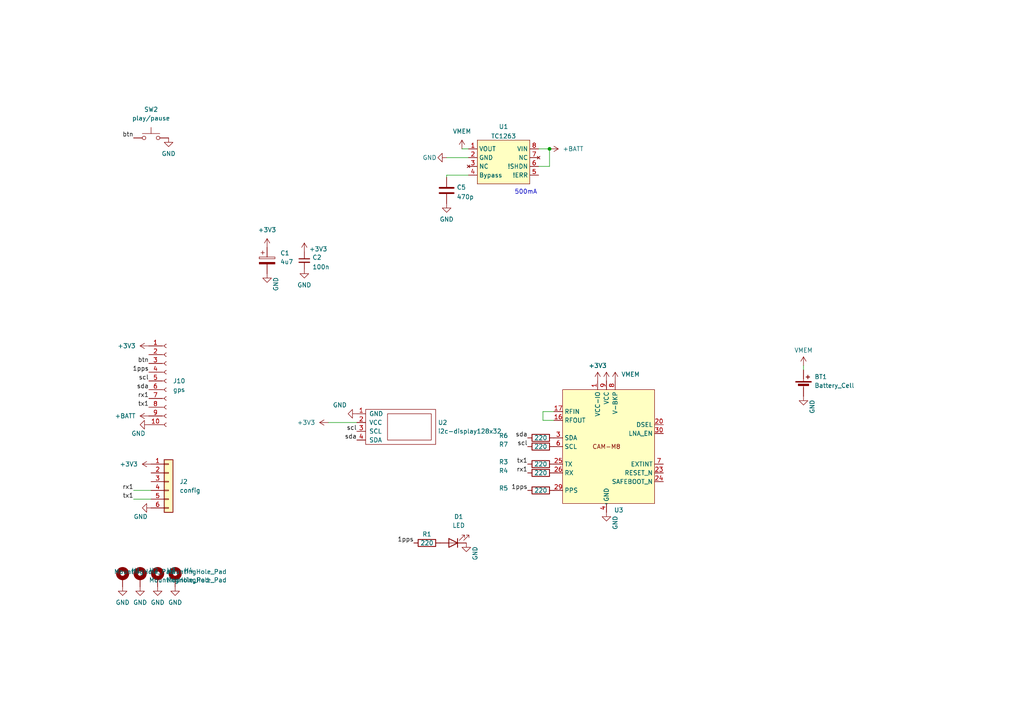
<source format=kicad_sch>
(kicad_sch (version 20230121) (generator eeschema)
  (paper "A4")
  (lib_symbols
    (symbol "AnymaLib-06:CAM-M8"
      (property "Reference" "U" (at 6.35 17.78 0))
      (symbol "CAM-M8_1_1"
        (rectangle (start -12.7 16.51) (end 13.97 -16.51) (fill (type background)))
        (text "CAM-M8" (at 0 0 0) (effects (font (size 1.27 1.27))))
        (pin input line (at -2.54 19.05 270) (length 2.54) (name "VCC-IO") (number "1"))
        (pin input line (at 0 -19.05 90) (length 2.54) hide (name "GND") (number "10"))
        (pin input line (at 0 -19.05 90) (length 2.54) hide (name "GND") (number "11"))
        (pin input line (at 0 -19.05 90) (length 2.54) hide (name "GND") (number "12"))
        (pin input line (at 0 -19.05 90) (length 2.54) hide (name "GND") (number "13"))
        (pin input line (at 0 -19.05 90) (length 2.54) hide (name "GND") (number "14"))
        (pin input line (at 0 -19.05 90) (length 2.54) hide (name "GND") (number "15"))
        (pin input line (at -15.24 7.62 0) (length 2.54) (name "RFOUT") (number "16"))
        (pin input line (at -15.24 10.16 0) (length 2.54) (name "RFIN") (number "17"))
        (pin input line (at 0 -19.05 90) (length 2.54) hide (name "GND") (number "18"))
        (pin input line (at 0 -19.05 90) (length 2.54) hide (name "GND") (number "19"))
        (pin input line (at 16.51 20.32 180) (length 2.54) hide (name "RES") (number "2"))
        (pin input line (at 16.51 6.35 180) (length 2.54) (name "DSEL") (number "20"))
        (pin input line (at 0 -19.05 90) (length 2.54) hide (name "GND") (number "21"))
        (pin input line (at 0 -19.05 90) (length 2.54) hide (name "GND") (number "22"))
        (pin input line (at 16.51 -7.62 180) (length 2.54) (name "RESET_N") (number "23"))
        (pin input line (at 16.51 -10.16 180) (length 2.54) (name "SAFEBOOT_N") (number "24"))
        (pin input line (at -15.24 -5.08 0) (length 2.54) (name "TX") (number "25"))
        (pin input line (at -15.24 -7.62 0) (length 2.54) (name "RX") (number "26"))
        (pin input line (at 0 -19.05 90) (length 2.54) hide (name "GND") (number "27"))
        (pin input line (at 16.51 17.78 180) (length 2.54) hide (name "RES") (number "28"))
        (pin input line (at -15.24 -12.7 0) (length 2.54) (name "PPS") (number "29"))
        (pin input line (at -15.24 2.54 0) (length 2.54) (name "SDA") (number "3"))
        (pin input line (at 16.51 3.81 180) (length 2.54) (name "LNA_EN") (number "30"))
        (pin input line (at 0 -19.05 90) (length 2.54) hide (name "GND") (number "31"))
        (pin input line (at 0 -19.05 90) (length 2.54) (name "GND") (number "4"))
        (pin input line (at 0 -19.05 90) (length 2.54) hide (name "GND") (number "5"))
        (pin input line (at -15.24 0 0) (length 2.54) (name "SCL") (number "6"))
        (pin input line (at 16.51 -5.08 180) (length 2.54) (name "EXTINT") (number "7"))
        (pin input line (at 2.54 19.05 270) (length 2.54) (name "V-BKP") (number "8"))
        (pin input line (at 0 19.05 270) (length 2.54) (name "VCC") (number "9"))
      )
    )
    (symbol "AnymaLib-06:TC1263"
      (property "Reference" "U" (at 1.27 6.35 0))
      (property "Value" "TC1263" (at 0 -8.89 0))
      (symbol "TC1263_0_1"
        (rectangle (start -7.62 5.08) (end 7.62 -7.62) (stroke (width 0.1524)) (fill (type background)))
      )
      (symbol "TC1263_1_1"
        (pin power_out line (at -10.16 2.54 0) (length 2.54) (name "VOUT") (number "1"))
        (pin power_out line (at -10.16 0 0) (length 2.54) (name "GND") (number "2"))
        (pin no_connect line (at -10.16 -2.54 0) (length 2.54) (name "NC") (number "3"))
        (pin input line (at -10.16 -5.08 0) (length 2.54) (name "Bypass") (number "4"))
        (pin input line (at 10.16 -5.08 180) (length 2.54) (name "!ERR") (number "5"))
        (pin input line (at 10.16 -2.54 180) (length 2.54) (name "!SHDN") (number "6"))
        (pin no_connect line (at 10.16 0 180) (length 2.54) (name "NC") (number "7"))
        (pin power_in line (at 10.16 2.54 180) (length 2.54) (name "VIN") (number "8"))
      )
    )
    (symbol "Connector:Conn_01x10_Socket" (pin_names (offset 1.016) hide)
      (property "Reference" "J" (at 0 12.7 0))
      (property "Value" "Conn_01x10_Socket" (at 0 -15.24 0))
      (symbol "Conn_01x10_Socket_1_1"
        (arc (start 0 -12.192) (mid -0.5058 -12.7) (end 0 -13.208) (stroke (width 0.1524)))
        (arc (start 0 -9.652) (mid -0.5058 -10.16) (end 0 -10.668) (stroke (width 0.1524)))
        (arc (start 0 -7.112) (mid -0.5058 -7.62) (end 0 -8.128) (stroke (width 0.1524)))
        (arc (start 0 -4.572) (mid -0.5058 -5.08) (end 0 -5.588) (stroke (width 0.1524)))
        (arc (start 0 -2.032) (mid -0.5058 -2.54) (end 0 -3.048) (stroke (width 0.1524)))
        (polyline (pts (xy -1.27 -12.7) (xy -0.508 -12.7)) (stroke (width 0.1524)))
        (polyline (pts (xy -1.27 -10.16) (xy -0.508 -10.16)) (stroke (width 0.1524)))
        (polyline (pts (xy -1.27 -7.62) (xy -0.508 -7.62)) (stroke (width 0.1524)))
        (polyline (pts (xy -1.27 -5.08) (xy -0.508 -5.08)) (stroke (width 0.1524)))
        (polyline (pts (xy -1.27 -2.54) (xy -0.508 -2.54)) (stroke (width 0.1524)))
        (polyline (pts (xy -1.27 0) (xy -0.508 0)) (stroke (width 0.1524)))
        (polyline (pts (xy -1.27 2.54) (xy -0.508 2.54)) (stroke (width 0.1524)))
        (polyline (pts (xy -1.27 5.08) (xy -0.508 5.08)) (stroke (width 0.1524)))
        (polyline (pts (xy -1.27 7.62) (xy -0.508 7.62)) (stroke (width 0.1524)))
        (polyline (pts (xy -1.27 10.16) (xy -0.508 10.16)) (stroke (width 0.1524)))
        (arc (start 0 0.508) (mid -0.5058 0) (end 0 -0.508) (stroke (width 0.1524)))
        (arc (start 0 3.048) (mid -0.5058 2.54) (end 0 2.032) (stroke (width 0.1524)))
        (arc (start 0 5.588) (mid -0.5058 5.08) (end 0 4.572) (stroke (width 0.1524)))
        (arc (start 0 8.128) (mid -0.5058 7.62) (end 0 7.112) (stroke (width 0.1524)))
        (arc (start 0 10.668) (mid -0.5058 10.16) (end 0 9.652) (stroke (width 0.1524)))
        (pin passive line (at -5.08 10.16 0) (length 3.81) (name "Pin_1") (number "1"))
        (pin passive line (at -5.08 -12.7 0) (length 3.81) (name "Pin_10") (number "10"))
        (pin passive line (at -5.08 7.62 0) (length 3.81) (name "Pin_2") (number "2"))
        (pin passive line (at -5.08 5.08 0) (length 3.81) (name "Pin_3") (number "3"))
        (pin passive line (at -5.08 2.54 0) (length 3.81) (name "Pin_4") (number "4"))
        (pin passive line (at -5.08 0 0) (length 3.81) (name "Pin_5") (number "5"))
        (pin passive line (at -5.08 -2.54 0) (length 3.81) (name "Pin_6") (number "6"))
        (pin passive line (at -5.08 -5.08 0) (length 3.81) (name "Pin_7") (number "7"))
        (pin passive line (at -5.08 -7.62 0) (length 3.81) (name "Pin_8") (number "8"))
        (pin passive line (at -5.08 -10.16 0) (length 3.81) (name "Pin_9") (number "9"))
      )
    )
    (symbol "Connector_Generic:Conn_01x06" (pin_names (offset 1.016) hide)
      (property "Reference" "J" (at 0 7.62 0))
      (property "Value" "Conn_01x06" (at 0 -10.16 0))
      (symbol "Conn_01x06_1_1"
        (rectangle (start -1.27 -7.493) (end 0 -7.747) (stroke (width 0.1524)))
        (rectangle (start -1.27 -4.953) (end 0 -5.207) (stroke (width 0.1524)))
        (rectangle (start -1.27 -2.413) (end 0 -2.667) (stroke (width 0.1524)))
        (rectangle (start -1.27 0.127) (end 0 -0.127) (stroke (width 0.1524)))
        (rectangle (start -1.27 2.667) (end 0 2.413) (stroke (width 0.1524)))
        (rectangle (start -1.27 5.207) (end 0 4.953) (stroke (width 0.1524)))
        (rectangle (start -1.27 6.35) (end 1.27 -8.89) (stroke (width 0.254)) (fill (type background)))
        (pin passive line (at -5.08 5.08 0) (length 3.81) (name "Pin_1") (number "1"))
        (pin passive line (at -5.08 2.54 0) (length 3.81) (name "Pin_2") (number "2"))
        (pin passive line (at -5.08 0 0) (length 3.81) (name "Pin_3") (number "3"))
        (pin passive line (at -5.08 -2.54 0) (length 3.81) (name "Pin_4") (number "4"))
        (pin passive line (at -5.08 -5.08 0) (length 3.81) (name "Pin_5") (number "5"))
        (pin passive line (at -5.08 -7.62 0) (length 3.81) (name "Pin_6") (number "6"))
      )
    )
    (symbol "Device:Battery_Cell" (pin_numbers hide) (pin_names (offset 0) hide)
      (property "Reference" "BT" (at 2.54 2.54 0))
      (property "Value" "Battery_Cell" (at 2.54 0 0))
      (symbol "Battery_Cell_0_1"
        (rectangle (start -2.286 1.778) (end 2.286 1.524) (fill (type outline)))
        (rectangle (start -1.524 1.016) (end 1.524 0.508) (fill (type outline)))
        (polyline (pts (xy 0 0.762) (xy 0 0)))
        (polyline (pts (xy 0 1.778) (xy 0 2.54)))
        (polyline (pts (xy 0.762 3.048) (xy 1.778 3.048)) (stroke (width 0.254)))
        (polyline (pts (xy 1.27 3.556) (xy 1.27 2.54)) (stroke (width 0.254)))
      )
      (symbol "Battery_Cell_1_1"
        (pin passive line (at 0 5.08 270) (length 2.54) (name "+") (number "1"))
        (pin passive line (at 0 -2.54 90) (length 2.54) (name "-") (number "2"))
      )
    )
    (symbol "Device:C" (pin_numbers hide) (pin_names (offset 0.254))
      (property "Reference" "C" (at 0.635 2.54 0))
      (property "Value" "C" (at 0.635 -2.54 0))
      (symbol "C_0_1"
        (polyline (pts (xy -2.032 -0.762) (xy 2.032 -0.762)) (stroke (width 0.508)))
        (polyline (pts (xy -2.032 0.762) (xy 2.032 0.762)) (stroke (width 0.508)))
      )
      (symbol "C_1_1"
        (pin passive line (at 0 3.81 270) (length 2.794) (name "~") (number "1"))
        (pin passive line (at 0 -3.81 90) (length 2.794) (name "~") (number "2"))
      )
    )
    (symbol "Device:LED" (pin_numbers hide) (pin_names (offset 1.016) hide)
      (property "Reference" "D" (at 0 2.54 0))
      (property "Value" "LED" (at 0 -2.54 0))
      (symbol "LED_0_1"
        (polyline (pts (xy -1.27 -1.27) (xy -1.27 1.27)) (stroke (width 0.254)))
        (polyline (pts (xy -1.27 0) (xy 1.27 0)))
        (polyline (pts (xy 1.27 -1.27) (xy 1.27 1.27) (xy -1.27 0) (xy 1.27 -1.27)) (stroke (width 0.254)))
        (polyline (pts (xy -3.048 -0.762) (xy -4.572 -2.286) (xy -3.81 -2.286) (xy -4.572 -2.286) (xy -4.572 -1.524)))
        (polyline (pts (xy -1.778 -0.762) (xy -3.302 -2.286) (xy -2.54 -2.286) (xy -3.302 -2.286) (xy -3.302 -1.524)))
      )
      (symbol "LED_1_1"
        (pin passive line (at -3.81 0 0) (length 2.54) (name "K") (number "1"))
        (pin passive line (at 3.81 0 180) (length 2.54) (name "A") (number "2"))
      )
    )
    (symbol "Device:R" (pin_numbers hide) (pin_names (offset 0))
      (property "Reference" "R" (at 2.032 0 90))
      (property "Value" "R" (at 0 0 90))
      (symbol "R_0_1"
        (rectangle (start -1.016 -2.54) (end 1.016 2.54) (stroke (width 0.254)))
      )
      (symbol "R_1_1"
        (pin passive line (at 0 3.81 270) (length 1.27) (name "~") (number "1"))
        (pin passive line (at 0 -3.81 90) (length 1.27) (name "~") (number "2"))
      )
    )
    (symbol "Mechanical:MountingHole_Pad" (pin_numbers hide) (pin_names (offset 1.016) hide)
      (property "Reference" "H" (at 0 6.35 0))
      (property "Value" "MountingHole_Pad" (at 0 4.445 0))
      (symbol "MountingHole_Pad_0_1"
        (circle (center 0 1.27) (radius 1.27) (stroke (width 1.27)))
      )
      (symbol "MountingHole_Pad_1_1"
        (pin input line (at 0 -2.54 90) (length 2.54) (name "1") (number "1"))
      )
    )
    (symbol "nime2020-library:CP" (pin_numbers hide) (pin_names (offset 0.254))
      (property "Reference" "C" (at 0.635 2.54 0))
      (property "Value" "CP" (at 0.635 -2.54 0))
      (symbol "CP_0_1"
        (rectangle (start -2.286 0.508) (end 2.286 1.016))
        (polyline (pts (xy -1.778 2.286) (xy -0.762 2.286)))
        (polyline (pts (xy -1.27 2.794) (xy -1.27 1.778)))
        (rectangle (start 2.286 -0.508) (end -2.286 -1.016) (fill (type outline)))
      )
      (symbol "CP_1_1"
        (pin passive line (at 0 3.81 270) (length 2.794) (name "~") (number "1"))
        (pin passive line (at 0 -3.81 90) (length 2.794) (name "~") (number "2"))
      )
    )
    (symbol "nime2020-library:SW_Push" (pin_numbers hide) (pin_names (offset 1.016) hide)
      (property "Reference" "SW" (at 1.27 2.54 0))
      (property "Value" "SW_Push" (at 0 -1.524 0))
      (symbol "SW_Push_0_1"
        (circle (center -2.032 0) (radius 0.508))
        (polyline (pts (xy 0 1.27) (xy 0 3.048)))
        (polyline (pts (xy 2.54 1.27) (xy -2.54 1.27)))
        (circle (center 2.032 0) (radius 0.508))
        (pin passive line (at -5.08 0 0) (length 2.54) (name "1") (number "1"))
        (pin passive line (at 5.08 0 180) (length 2.54) (name "2") (number "2"))
      )
    )
    (symbol "power:+3V3" (power) (pin_names (offset 0))
      (property "Value" "+3V3" (at 0 3.556 0))
      (symbol "+3V3_0_1"
        (polyline (pts (xy -0.762 1.27) (xy 0 2.54)))
        (polyline (pts (xy 0 0) (xy 0 2.54)))
        (polyline (pts (xy 0 2.54) (xy 0.762 1.27)))
      )
      (symbol "+3V3_1_1"
        (pin power_in line (at 0 0 90) (length 0) hide (name "+3V3") (number "1"))
      )
    )
    (symbol "power:+BATT" (power) (pin_names (offset 0))
      (property "Value" "+BATT" (at 0 3.556 0))
      (symbol "+BATT_0_1"
        (polyline (pts (xy -0.762 1.27) (xy 0 2.54)))
        (polyline (pts (xy 0 0) (xy 0 2.54)))
        (polyline (pts (xy 0 2.54) (xy 0.762 1.27)))
      )
      (symbol "+BATT_1_1"
        (pin power_in line (at 0 0 90) (length 0) hide (name "+BATT") (number "1"))
      )
    )
    (symbol "power:GND" (power) (pin_names (offset 0))
      (property "Value" "GND" (at 0 -3.81 0))
      (symbol "GND_0_1"
        (polyline (pts (xy 0 0) (xy 0 -1.27) (xy 1.27 -1.27) (xy 0 -2.54) (xy -1.27 -1.27) (xy 0 -1.27)))
      )
      (symbol "GND_1_1"
        (pin power_in line (at 0 0 270) (length 0) hide (name "GND") (number "1"))
      )
    )
    (symbol "power:VMEM" (power) (pin_names (offset 0))
      (property "Value" "VMEM" (at 0 3.81 0))
      (symbol "VMEM_0_1"
        (polyline (pts (xy -0.762 1.27) (xy 0 2.54)))
        (polyline (pts (xy 0 0) (xy 0 2.54)))
        (polyline (pts (xy 0 2.54) (xy 0.762 1.27)))
      )
      (symbol "VMEM_1_1"
        (pin power_in line (at 0 0 90) (length 0) hide (name "VMEM") (number "1"))
      )
    )
    (symbol "synkie_symbols:C_Small" (pin_numbers hide) (pin_names (offset 0.254) hide)
      (property "Reference" "C" (at 0.254 1.778 0))
      (property "Value" "C_Small" (at 0.254 -2.032 0))
      (symbol "C_Small_0_1"
        (polyline (pts (xy -1.524 -0.508) (xy 1.524 -0.508)) (stroke (width 0.3302)))
        (polyline (pts (xy -1.524 0.508) (xy 1.524 0.508)) (stroke (width 0.3048)))
      )
      (symbol "C_Small_1_1"
        (pin passive line (at 0 2.54 270) (length 2.032) (name "~") (number "1"))
        (pin passive line (at 0 -2.54 90) (length 2.032) (name "~") (number "2"))
      )
    )
    (symbol "synkie_symbols:i2c-display128x32" (pin_names (offset 1.016))
      (property "Reference" "U" (at -5.08 8.89 0))
      (property "Value" "i2c-display128x32" (at 2.54 -3.81 0))
      (symbol "i2c-display128x32_0_1"
        (polyline (pts (xy -6.35 7.62) (xy 13.97 7.62) (xy 13.97 -2.54) (xy -6.35 -2.54) (xy -6.35 7.62)))
        (polyline (pts (xy 0 6.35) (xy 0 -1.27) (xy 12.7 -1.27) (xy 12.7 6.35) (xy 0 6.35)))
      )
      (symbol "i2c-display128x32_1_1"
        (pin input line (at -8.89 6.35 0) (length 2.54) (name "GND") (number "1"))
        (pin input line (at -8.89 3.81 0) (length 2.54) (name "VCC") (number "2"))
        (pin input line (at -8.89 1.27 0) (length 2.54) (name "SCL") (number "3"))
        (pin input line (at -8.89 -1.27 0) (length 2.54) (name "SDA") (number "4"))
      )
    )
  )
  (junction (at 159.385 43.18))
  (wire (pts (xy 157.48 121.92) (xy 160.655 121.92)))
  (wire (pts (xy 133.985 43.18) (xy 135.89 43.18)))
  (wire (pts (xy 160.655 119.38) (xy 157.48 119.38)))
  (wire (pts (xy 156.21 48.26) (xy 159.385 48.26)))
  (wire (pts (xy 156.21 43.18) (xy 159.385 43.18)))
  (wire (pts (xy 129.54 45.72) (xy 135.89 45.72)))
  (wire (pts (xy 95.25 122.555) (xy 103.505 122.555)))
  (wire (pts (xy 135.89 50.8) (xy 129.54 50.8)))
  (wire (pts (xy 159.385 48.26) (xy 159.385 43.18)))
  (wire (pts (xy 233.045 107.315) (xy 233.045 106.045)))
  (wire (pts (xy 38.735 142.24) (xy 43.815 142.24)))
  (wire (pts (xy 38.735 144.78) (xy 43.815 144.78)))
  (wire (pts (xy 129.54 50.8) (xy 129.54 51.435)))
  (wire (pts (xy 157.48 119.38) (xy 157.48 121.92)))
  (text "500mA" (at 149.225 56.515 0) (effects (font (size 1.27 1.27)) (justify left bottom)))
  (label "scl" (at 103.505 125.095 180))
  (label "rx1" (at 43.18 115.57 180))
  (label "rx1" (at 38.735 142.24 180))
  (label "tx1" (at 38.735 144.78 180))
  (label "1pps" (at 120.015 157.48 180))
  (label "btn" (at 43.18 105.41 180))
  (label "1pps" (at 43.18 107.95 180))
  (label "1pps" (at 153.035 142.24 180))
  (label "scl" (at 43.18 110.49 180))
  (label "tx1" (at 153.035 134.62 180))
  (label "sda" (at 153.035 127 180))
  (label "sda" (at 43.18 113.03 180))
  (label "tx1" (at 43.18 118.11 180))
  (label "scl" (at 153.035 129.54 180))
  (label "btn" (at 38.735 40.005 180))
  (label "sda" (at 103.505 127.635 180))
  (label "rx1" (at 153.035 137.16 180))
  (symbol (lib_id "Device:R") (at 156.845 137.16 90) (unit 1)
    (property "Reference" "R4" (at 146.05 136.525 90))
    (property "Value" "220" (at 156.845 137.16 90))
    (property "Footprint" "synkie_footprints:C_0805_2012Metric_Pad1.15x1.40mm_HandSolder" (effects hide))
  )
  (symbol (lib_id "power:GND") (at 135.255 157.48 0) (unit 1)
    (property "Reference" "#PWR018" (effects hide))
    (property "Value" "GND" (at 137.795 162.56 90) (effects (justify left)))
  )
  (symbol (lib_id "AnymaLib-06:TC1263") (at 146.05 45.72 0) (unit 1)
    (property "Reference" "U1" (at 146.05 36.7243 0))
    (property "Value" "TC1263" (at 146.05 39.4994 0))
    (property "Footprint" "synkie_footprints:SOIC-8_3.9x4.9mm_P1.27mm" (effects hide))
  )
  (symbol (lib_id "Mechanical:MountingHole_Pad") (at 50.8 167.64 0) (unit 1)
    (property "Reference" "H4" (at 53.34 165.4615 0) (effects (justify left)))
    (property "Value" "MountingHole_Pad" (at 48.26 165.8236 0) (effects (justify left)))
    (property "Footprint" "MountingHole:MountingHole_2.7mm_M2.5_DIN965_Pad" (effects hide))
  )
  (symbol (lib_id "synkie_symbols:C_Small") (at 88.265 75.565 0) (unit 1)
    (property "Reference" "C2" (at 90.5891 74.6628 0) (effects (justify left)))
    (property "Value" "100n" (at 90.5891 77.4379 0) (effects (justify left)))
    (property "Footprint" "synkie_footprints:C_0603_1608Metric_Pad1.05x0.95mm_HandSolder" (effects hide))
  )
  (symbol (lib_id "power:GND") (at 88.265 78.105 0) (unit 1)
    (property "Reference" "#PWR010" (effects hide))
    (property "Value" "GND" (at 88.265 82.6675 0))
  )
  (symbol (lib_id "power:GND") (at 175.895 148.59 0) (unit 1)
    (property "Reference" "#PWR015" (effects hide))
    (property "Value" "GND" (at 178.435 153.67 90) (effects (justify left)))
  )
  (symbol (lib_id "power:GND") (at 50.8 170.18 0) (unit 1)
    (property "Reference" "#PWR089" (effects hide))
    (property "Value" "GND" (at 50.8 174.7425 0))
  )
  (symbol (lib_id "Device:R") (at 123.825 157.48 90) (unit 1)
    (property "Reference" "R1" (at 123.825 154.94 90))
    (property "Value" "220" (at 123.825 157.48 90))
    (property "Footprint" "synkie_footprints:C_0805_2012Metric_Pad1.15x1.40mm_HandSolder" (effects hide))
  )
  (symbol (lib_id "power:GND") (at 43.18 123.19 270) (unit 1)
    (property "Reference" "#PWR097" (effects hide))
    (property "Value" "GND" (at 38.1 125.73 90) (effects (justify left)))
  )
  (symbol (lib_id "power:GND") (at 77.47 79.375 0) (unit 1)
    (property "Reference" "#PWR08" (effects hide))
    (property "Value" "GND" (at 80.01 84.455 90) (effects (justify left)))
  )
  (symbol (lib_id "power:GND") (at 233.045 114.935 0) (unit 1)
    (property "Reference" "#PWR02" (effects hide))
    (property "Value" "GND" (at 235.585 120.015 90) (effects (justify left)))
  )
  (symbol (lib_id "power:GND") (at 129.54 45.72 270) (unit 1)
    (property "Reference" "#PWR016" (effects hide))
    (property "Value" "GND" (at 122.555 45.72 90) (effects (justify left)))
  )
  (symbol (lib_id "Device:R") (at 156.845 127 90) (unit 1)
    (property "Reference" "R6" (at 146.05 126.365 90))
    (property "Value" "220" (at 156.845 127 90))
    (property "Footprint" "synkie_footprints:C_0805_2012Metric_Pad1.15x1.40mm_HandSolder" (effects hide))
  )
  (symbol (lib_id "power:GND") (at 45.72 170.18 0) (unit 1)
    (property "Reference" "#PWR088" (effects hide))
    (property "Value" "GND" (at 45.72 174.7425 0))
  )
  (symbol (lib_id "Device:Battery_Cell") (at 233.045 112.395 0) (unit 1)
    (property "Reference" "BT1" (at 236.22 109.2835 0) (effects (justify left)))
    (property "Value" "Battery_Cell" (at 236.22 111.8235 0) (effects (justify left)))
    (property "Footprint" "Anyma06:ComboPinhead_02" (effects hide))
  )
  (symbol (lib_id "Mechanical:MountingHole_Pad") (at 35.56 167.64 0) (unit 1)
    (property "Reference" "H1" (at 38.1 165.4615 0) (effects (justify left)))
    (property "Value" "MountingHole_Pad" (at 33.02 165.8236 0) (effects (justify left)))
    (property "Footprint" "MountingHole:MountingHole_2.7mm_M2.5_DIN965_Pad" (effects hide))
  )
  (symbol (lib_id "power:+BATT") (at 159.385 43.18 270) (unit 1)
    (property "Reference" "#PWR019" (effects hide))
    (property "Value" "+BATT" (at 163.195 43.18 90) (effects (justify left)))
  )
  (symbol (lib_id "power:GND") (at 35.56 170.18 0) (unit 1)
    (property "Reference" "#PWR086" (effects hide))
    (property "Value" "GND" (at 35.56 174.7425 0))
  )
  (symbol (lib_id "nime2020-library:CP") (at 77.47 75.565 0) (unit 1)
    (property "Reference" "C1" (at 81.28 73.406 0) (effects (justify left)))
    (property "Value" "4u7" (at 81.28 75.946 0) (effects (justify left)))
    (property "Footprint" "synkie_footprints:C_1206_3216Metric_Pad1.42x1.75mm_HandSolder" (effects hide))
  )
  (symbol (lib_id "power:GND") (at 103.505 120.015 270) (unit 1)
    (property "Reference" "#PWR04" (effects hide))
    (property "Value" "GND" (at 96.52 117.475 90) (effects (justify left)))
  )
  (symbol (lib_id "power:+3V3") (at 173.355 110.49 0) (unit 1)
    (property "Reference" "#PWR013" (effects hide))
    (property "Value" "+3V3" (at 173.355 106.045 0))
  )
  (symbol (lib_id "AnymaLib-06:CAM-M8") (at 175.895 129.54 0) (unit 1)
    (property "Reference" "U3" (at 178.0891 147.955 0) (effects (justify left)))
    (property "Value" "~" (at 175.895 146.05 0))
    (property "Footprint" "Anyma06:CAM-M8" (effects hide))
  )
  (symbol (lib_id "power:VMEM") (at 133.985 43.18 0) (unit 1)
    (property "Reference" "#PWR012" (effects hide))
    (property "Value" "VMEM" (at 133.985 38.1 0))
  )
  (symbol (lib_id "power:GND") (at 43.815 147.32 270) (unit 1)
    (property "Reference" "#PWR03" (effects hide))
    (property "Value" "GND" (at 38.735 149.86 90) (effects (justify left)))
  )
  (symbol (lib_id "power:+3V3") (at 95.25 122.555 90) (unit 1)
    (property "Reference" "#PWR05" (effects hide))
    (property "Value" "+3V3" (at 91.44 122.555 90) (effects (justify left)))
  )
  (symbol (lib_id "Connector:Conn_01x10_Socket") (at 48.26 110.49 0) (unit 1)
    (property "Reference" "J10" (at 50.165 110.49 0) (effects (justify left)))
    (property "Value" "gps" (at 50.165 113.03 0) (effects (justify left)))
    (property "Footprint" "anyma_footprints:ComboPinhead_10" (effects hide))
  )
  (symbol (lib_id "power:+BATT") (at 43.18 120.65 90) (unit 1)
    (property "Reference" "#PWR020" (effects hide))
    (property "Value" "+BATT" (at 39.37 120.65 90) (effects (justify left)))
  )
  (symbol (lib_id "Connector_Generic:Conn_01x06") (at 48.895 139.7 0) (unit 1)
    (property "Reference" "J2" (at 52.07 139.7 0) (effects (justify left)))
    (property "Value" "config" (at 52.07 142.24 0) (effects (justify left)))
    (property "Footprint" "Anyma06:ComboPinhead_06" (effects hide))
  )
  (symbol (lib_id "nime2020-library:SW_Push") (at 43.815 40.005 0) (unit 1)
    (property "Reference" "SW2" (at 43.815 31.75 0))
    (property "Value" "play/pause" (at 43.815 34.29 0))
    (property "Footprint" "synkie_footprints:Alps_Tactile_Switch" (effects hide))
  )
  (symbol (lib_id "power:+3V3") (at 77.47 71.755 0) (unit 1)
    (property "Reference" "#PWR07" (effects hide))
    (property "Value" "+3V3" (at 77.47 66.675 0))
  )
  (symbol (lib_id "Device:LED") (at 131.445 157.48 180) (unit 1)
    (property "Reference" "D1" (at 133.0325 149.86 0))
    (property "Value" "LED" (at 133.0325 152.4 0))
    (property "Footprint" "LED_THT:LED_D3.0mm_Clear" (effects hide))
  )
  (symbol (lib_id "power:+3V3") (at 88.265 73.025 0) (unit 1)
    (property "Reference" "#PWR09" (effects hide))
    (property "Value" "+3V3" (at 89.662 72.234 0) (effects (justify left)))
  )
  (symbol (lib_id "power:VMEM") (at 233.045 106.045 0) (unit 1)
    (property "Reference" "#PWR06" (effects hide))
    (property "Value" "VMEM" (at 233.045 101.6 0))
  )
  (symbol (lib_id "power:+3V3") (at 175.895 110.49 0) (unit 1)
    (property "Reference" "#PWR014" (effects hide))
    (property "Value" "+3V3" (at 173.355 106.045 0))
  )
  (symbol (lib_id "Mechanical:MountingHole_Pad") (at 45.72 167.64 0) (unit 1)
    (property "Reference" "H3" (at 48.26 165.4615 0) (effects (justify left)))
    (property "Value" "MountingHole_Pad" (at 48.26 168.2366 0) (effects (justify left)))
    (property "Footprint" "MountingHole:MountingHole_2.7mm_M2.5_DIN965_Pad" (effects hide))
  )
  (symbol (lib_id "Mechanical:MountingHole_Pad") (at 40.64 167.64 0) (unit 1)
    (property "Reference" "H2" (at 43.18 165.4615 0) (effects (justify left)))
    (property "Value" "MountingHole_Pad" (at 43.18 168.2366 0) (effects (justify left)))
    (property "Footprint" "MountingHole:MountingHole_2.7mm_M2.5_DIN965_Pad" (effects hide))
  )
  (symbol (lib_id "power:GND") (at 40.64 170.18 0) (unit 1)
    (property "Reference" "#PWR087" (effects hide))
    (property "Value" "GND" (at 40.64 174.7425 0))
  )
  (symbol (lib_id "synkie_symbols:i2c-display128x32") (at 112.395 126.365 0) (unit 1)
    (property "Reference" "U2" (at 127 122.555 0) (effects (justify left)))
    (property "Value" "i2c-display128x32" (at 127 125.095 0) (effects (justify left)))
    (property "Footprint" "synkie_footprints:Bangood_I2C_Display" (effects hide))
  )
  (symbol (lib_id "power:GND") (at 129.54 59.055 0) (unit 1)
    (property "Reference" "#PWR017" (effects hide))
    (property "Value" "GND" (at 129.54 63.6175 0))
  )
  (symbol (lib_id "Device:R") (at 156.845 134.62 90) (unit 1)
    (property "Reference" "R3" (at 146.05 133.985 90))
    (property "Value" "220" (at 156.845 134.62 90))
    (property "Footprint" "synkie_footprints:C_0805_2012Metric_Pad1.15x1.40mm_HandSolder" (effects hide))
  )
  (symbol (lib_id "power:+3V3") (at 43.18 100.33 90) (unit 1)
    (property "Reference" "#PWR096" (effects hide))
    (property "Value" "+3V3" (at 39.37 100.33 90) (effects (justify left)))
  )
  (symbol (lib_id "power:VMEM") (at 178.435 110.49 0) (unit 1)
    (property "Reference" "#PWR011" (effects hide))
    (property "Value" "VMEM" (at 182.88 108.585 0))
  )
  (symbol (lib_id "power:GND") (at 48.895 40.005 0) (unit 1)
    (property "Reference" "#PWR045" (effects hide))
    (property "Value" "GND" (at 48.895 44.5675 0))
  )
  (symbol (lib_id "Device:R") (at 156.845 142.24 90) (unit 1)
    (property "Reference" "R5" (at 146.05 141.605 90))
    (property "Value" "220" (at 156.845 142.24 90))
    (property "Footprint" "synkie_footprints:C_0805_2012Metric_Pad1.15x1.40mm_HandSolder" (effects hide))
  )
  (symbol (lib_id "power:+3V3") (at 43.815 134.62 90) (unit 1)
    (property "Reference" "#PWR01" (effects hide))
    (property "Value" "+3V3" (at 40.005 134.62 90) (effects (justify left)))
  )
  (symbol (lib_id "Device:C") (at 129.54 55.245 0) (unit 1)
    (property "Reference" "C5" (at 132.461 54.3365 0) (effects (justify left)))
    (property "Value" "470p" (at 132.461 57.1116 0) (effects (justify left)))
    (property "Footprint" "synkie_footprints:C_0805_2012Metric_Pad1.15x1.40mm_HandSolder" (effects hide))
  )
  (symbol (lib_id "Device:R") (at 156.845 129.54 90) (unit 1)
    (property "Reference" "R7" (at 146.05 128.905 90))
    (property "Value" "220" (at 156.845 129.54 90))
    (property "Footprint" "synkie_footprints:C_0805_2012Metric_Pad1.15x1.40mm_HandSolder" (effects hide))
  )
)
</source>
